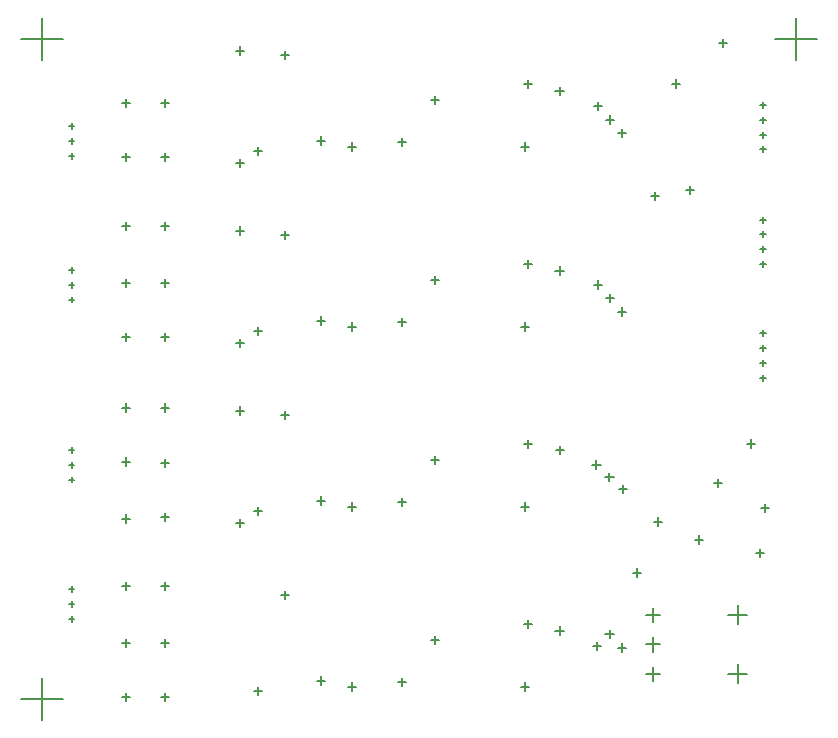
<source format=gbr>
%FSTAX23Y23*%
%MOIN*%
%SFA1B1*%

%IPPOS*%
%ADD39C,0.005000*%
%LNacoustics_4_drillmap_1-1*%
%LPD*%
G54D39*
X0252Y01951D02*
X02539D01*
X0253Y01941D02*
Y01961D01*
X00215Y0193D02*
X00234D01*
X00225Y0192D02*
Y0194D01*
X00215Y0198D02*
X00234D01*
X00225Y0197D02*
Y01989D01*
X00215Y02029D02*
X00234D01*
X00225Y02019D02*
Y02039D01*
X00215Y01549D02*
X00234D01*
X00225Y01539D02*
Y01559D01*
X00215Y015D02*
X00234D01*
X00225Y0149D02*
Y0151D01*
X00215Y0145D02*
X00234D01*
X00225Y01441D02*
Y0146D01*
X00215Y0085D02*
X00234D01*
X00225Y00841D02*
Y0086D01*
X00215Y009D02*
X00234D01*
X00225Y0089D02*
Y0091D01*
X00215Y00949D02*
X00234D01*
X00225Y00939D02*
Y00959D01*
X00215Y00485D02*
X00234D01*
X00225Y00475D02*
Y00494D01*
X00215Y00435D02*
X00234D01*
X00225Y00425D02*
Y00445D01*
X00215Y00386D02*
X00234D01*
X00225Y00376D02*
Y00396D01*
X02138Y004D02*
X02185D01*
X02162Y00376D02*
Y00423D01*
X02138Y00301D02*
X02185D01*
X02162Y00277D02*
Y00325D01*
X02138Y00203D02*
X02185D01*
X02162Y00179D02*
Y00226D01*
X02413Y004D02*
X02476D01*
X02445Y00368D02*
Y00431D01*
X02413Y00203D02*
X02476D01*
X02445Y00171D02*
Y00234D01*
X0252Y02099D02*
X02539D01*
X0253Y02089D02*
Y02109D01*
X0252Y0205D02*
X02539D01*
X0253Y0204D02*
Y02059D01*
X0252Y02D02*
X02539D01*
X0253Y0199D02*
Y0201D01*
X0252Y0157D02*
X02539D01*
X0253Y0156D02*
Y01579D01*
X0252Y01619D02*
X02539D01*
X0253Y01609D02*
Y01629D01*
X0252Y01668D02*
X02539D01*
X0253Y01658D02*
Y01678D01*
X0252Y01717D02*
X02539D01*
X0253Y01707D02*
Y01727D01*
X0252Y01338D02*
X02539D01*
X0253Y01328D02*
Y01348D01*
X0252Y01289D02*
X02539D01*
X0253Y01279D02*
Y01299D01*
X0252Y0124D02*
X02539D01*
X0253Y0123D02*
Y01249D01*
X0252Y0119D02*
X02539D01*
X0253Y0118D02*
Y012D01*
X02166Y0071D02*
X02194D01*
X0218Y00696D02*
Y00724D01*
X02046Y0029D02*
X02074D01*
X0206Y00276D02*
Y00304D01*
X02096Y0054D02*
X02124D01*
X0211Y00526D02*
Y00554D01*
X02004Y00336D02*
X02032D01*
X02018Y00322D02*
Y0035D01*
X01961Y00295D02*
X01989D01*
X01975Y00281D02*
Y00309D01*
X02476Y0097D02*
X02504D01*
X0249Y00956D02*
Y00984D01*
X02506Y00605D02*
X02534D01*
X0252Y00591D02*
Y00619D01*
X02365Y00839D02*
X02393D01*
X02379Y00825D02*
Y00853D01*
X00055Y0232D02*
X00195D01*
X00125Y0225D02*
Y0239D01*
X00055Y0012D02*
X00195D01*
X00125Y0005D02*
Y0019D01*
X0257Y0232D02*
X0271D01*
X0264Y0225D02*
Y0239D01*
X02048Y00818D02*
X02076D01*
X02062Y00804D02*
Y00832D01*
X02046Y0141D02*
X02074D01*
X0206Y01396D02*
Y01424D01*
X02156Y01795D02*
X02184D01*
X0217Y01781D02*
Y01809D01*
X02271Y01815D02*
X02299D01*
X02285Y01801D02*
Y01829D01*
X02381Y02305D02*
X02409D01*
X02395Y02291D02*
Y02319D01*
X02226Y0217D02*
X02254D01*
X0224Y02156D02*
Y02184D01*
X02301Y0065D02*
X02329D01*
X02315Y00636D02*
Y00664D01*
X02521Y00755D02*
X02549D01*
X02535Y00741D02*
Y00769D01*
X01966Y02095D02*
X01994D01*
X0198Y02081D02*
Y02109D01*
X02006Y0205D02*
X02034D01*
X0202Y02036D02*
Y02064D01*
X02046Y02005D02*
X02074D01*
X0206Y01991D02*
Y02019D01*
X02003Y00858D02*
X02031D01*
X02017Y00844D02*
Y00872D01*
X0196Y009D02*
X01988D01*
X01974Y00886D02*
Y00914D01*
X02006Y01455D02*
X02034D01*
X0202Y01441D02*
Y01469D01*
X01966Y015D02*
X01994D01*
X0198Y01486D02*
Y01514D01*
X00391Y01325D02*
X00419D01*
X00405Y01311D02*
Y01339D01*
X00391Y01695D02*
X00419D01*
X00405Y01681D02*
Y01709D01*
X00391Y01505D02*
X00419D01*
X00405Y01491D02*
Y01519D01*
X00521Y01325D02*
X00549D01*
X00535Y01311D02*
Y01339D01*
X00521Y01505D02*
X00549D01*
X00535Y01491D02*
Y01519D01*
X00521Y01695D02*
X00549D01*
X00535Y01681D02*
Y01709D01*
X00771Y01305D02*
X00799D01*
X00785Y01291D02*
Y01319D01*
X00771Y0168D02*
X00799D01*
X00785Y01666D02*
Y01694D01*
X00831Y01345D02*
X00859D01*
X00845Y01331D02*
Y01359D01*
X00921Y01665D02*
X00949D01*
X00935Y01651D02*
Y01679D01*
X01041Y0138D02*
X01069D01*
X01055Y01366D02*
Y01394D01*
X01146Y0136D02*
X01174D01*
X0116Y01346D02*
Y01374D01*
X01311Y01375D02*
X01339D01*
X01325Y01361D02*
Y01389D01*
X01721Y0136D02*
X01749D01*
X01735Y01346D02*
Y01374D01*
X01421Y01515D02*
X01449D01*
X01435Y01501D02*
Y01529D01*
X01731Y01569D02*
X01759D01*
X01745Y01555D02*
Y01583D01*
X01837Y01547D02*
X01865D01*
X01851Y01533D02*
Y01561D01*
X00831Y00145D02*
X00859D01*
X00845Y00131D02*
Y00159D01*
X00771Y00705D02*
X00799D01*
X00785Y00691D02*
Y00719D01*
X00771Y0108D02*
X00799D01*
X00785Y01066D02*
Y01094D01*
X00771Y0228D02*
X00799D01*
X00785Y02266D02*
Y02294D01*
X00771Y01905D02*
X00799D01*
X00785Y01891D02*
Y01919D01*
X01837Y00347D02*
X01865D01*
X01851Y00333D02*
Y00361D01*
X01839Y00948D02*
X01867D01*
X01853Y00934D02*
Y00962D01*
X01837Y02146D02*
X01865D01*
X01851Y02132D02*
Y0216D01*
X00391Y00305D02*
X00419D01*
X00405Y00291D02*
Y00319D01*
X00391Y00495D02*
X00419D01*
X00405Y00481D02*
Y00509D01*
X00391Y0091D02*
X00419D01*
X00405Y00896D02*
Y00924D01*
X00391Y0109D02*
X00419D01*
X00405Y01076D02*
Y01104D01*
X00391Y0072D02*
X00419D01*
X00405Y00706D02*
Y00734D01*
X00391Y00125D02*
X00419D01*
X00405Y00111D02*
Y00139D01*
X00391Y01925D02*
X00419D01*
X00405Y01911D02*
Y01939D01*
X00391Y02105D02*
X00419D01*
X00405Y02091D02*
Y02119D01*
X01146Y0016D02*
X01174D01*
X0116Y00146D02*
Y00174D01*
X00521Y00495D02*
X00549D01*
X00535Y00481D02*
Y00509D01*
X00521Y0109D02*
X00549D01*
X00535Y01076D02*
Y01104D01*
X00521Y00125D02*
X00549D01*
X00535Y00111D02*
Y00139D01*
X01041Y0018D02*
X01069D01*
X01055Y00166D02*
Y00194D01*
X00521Y00305D02*
X00549D01*
X00535Y00291D02*
Y00319D01*
X00921Y00465D02*
X00949D01*
X00935Y00451D02*
Y00479D01*
X01311Y00175D02*
X01339D01*
X01325Y00161D02*
Y00189D01*
X01421Y00315D02*
X01449D01*
X01435Y00301D02*
Y00329D01*
X01721Y0016D02*
X01749D01*
X01735Y00146D02*
Y00174D01*
X01731Y00369D02*
X01759D01*
X01745Y00355D02*
Y00383D01*
X01731Y02169D02*
X01759D01*
X01745Y02155D02*
Y02183D01*
X01421Y02115D02*
X01449D01*
X01435Y02101D02*
Y02129D01*
X00521Y02105D02*
X00549D01*
X00535Y02091D02*
Y02119D01*
X01311Y01975D02*
X01339D01*
X01325Y01961D02*
Y01989D01*
X01146Y0196D02*
X01174D01*
X0116Y01946D02*
Y01974D01*
X00921Y02265D02*
X00949D01*
X00935Y02251D02*
Y02279D01*
X01721Y0196D02*
X01749D01*
X01735Y01946D02*
Y01974D01*
X00521Y01925D02*
X00549D01*
X00535Y01911D02*
Y01939D01*
X00831Y01945D02*
X00859D01*
X00845Y01931D02*
Y01959D01*
X01041Y0198D02*
X01069D01*
X01055Y01966D02*
Y01994D01*
X00831Y00745D02*
X00859D01*
X00845Y00731D02*
Y00759D01*
X00921Y01065D02*
X00949D01*
X00935Y01051D02*
Y01079D01*
X01721Y0076D02*
X01749D01*
X01735Y00746D02*
Y00774D01*
X01146Y0076D02*
X01174D01*
X0116Y00746D02*
Y00774D01*
X01731Y00969D02*
X01759D01*
X01745Y00955D02*
Y00983D01*
X00521Y00905D02*
X00549D01*
X00535Y00891D02*
Y00919D01*
X00521Y00725D02*
X00549D01*
X00535Y00711D02*
Y00739D01*
X01041Y0078D02*
X01069D01*
X01055Y00766D02*
Y00794D01*
X01311Y00775D02*
X01339D01*
X01325Y00761D02*
Y00789D01*
X01421Y00915D02*
X01449D01*
X01435Y00901D02*
Y00929D01*
M02*
</source>
